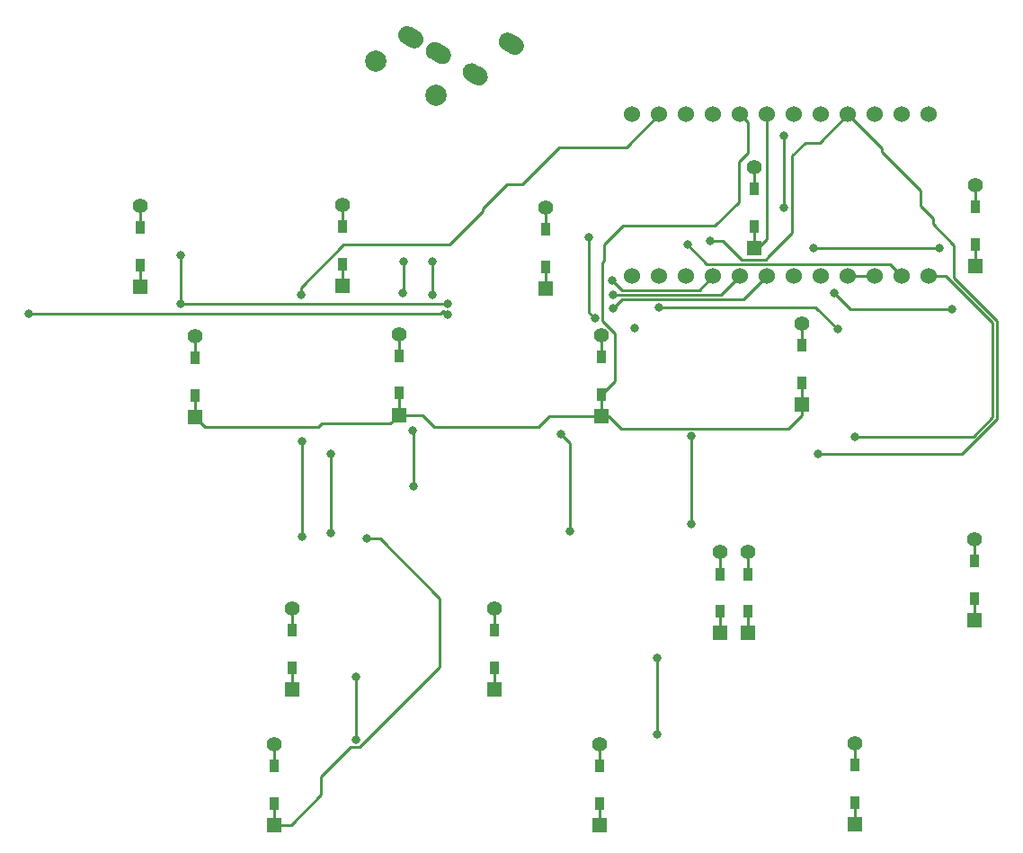
<source format=gtl>
G04 #@! TF.GenerationSoftware,KiCad,Pcbnew,(5.1.6-0-10_14)*
G04 #@! TF.CreationDate,2022-08-31T17:50:21+09:00*
G04 #@! TF.ProjectId,cool936,636f6f6c-3933-4362-9e6b-696361645f70,rev?*
G04 #@! TF.SameCoordinates,Original*
G04 #@! TF.FileFunction,Copper,L1,Top*
G04 #@! TF.FilePolarity,Positive*
%FSLAX46Y46*%
G04 Gerber Fmt 4.6, Leading zero omitted, Abs format (unit mm)*
G04 Created by KiCad (PCBNEW (5.1.6-0-10_14)) date 2022-08-31 17:50:21*
%MOMM*%
%LPD*%
G01*
G04 APERTURE LIST*
G04 #@! TA.AperFunction,SMDPad,CuDef*
%ADD10R,0.950000X1.300000*%
G04 #@! TD*
G04 #@! TA.AperFunction,ComponentPad*
%ADD11R,1.397000X1.397000*%
G04 #@! TD*
G04 #@! TA.AperFunction,ComponentPad*
%ADD12C,1.397000*%
G04 #@! TD*
G04 #@! TA.AperFunction,ComponentPad*
%ADD13C,2.000000*%
G04 #@! TD*
G04 #@! TA.AperFunction,ComponentPad*
%ADD14C,1.524000*%
G04 #@! TD*
G04 #@! TA.AperFunction,ViaPad*
%ADD15C,0.800000*%
G04 #@! TD*
G04 #@! TA.AperFunction,Conductor*
%ADD16C,0.250000*%
G04 #@! TD*
G04 APERTURE END LIST*
D10*
X246980000Y-2565000D03*
D11*
X246980000Y-4600000D03*
D12*
X246980000Y3020000D03*
D10*
X246980000Y985000D03*
X243780000Y-38825000D03*
D11*
X243780000Y-40860000D03*
D12*
X243780000Y-33240000D03*
D10*
X243780000Y-35275000D03*
X201760000Y-56865000D03*
D11*
X201760000Y-58900000D03*
D12*
X201760000Y-51280000D03*
D10*
X201760000Y-53315000D03*
X232570000Y-18385000D03*
D11*
X232570000Y-20420000D03*
D12*
X232570000Y-12800000D03*
D10*
X232570000Y-14835000D03*
X189180000Y-6195000D03*
D11*
X189180000Y-8230000D03*
D12*
X189180000Y-610000D03*
D10*
X189180000Y-2645000D03*
X251440000Y-17285000D03*
D11*
X251440000Y-19320000D03*
D12*
X251440000Y-11700000D03*
D10*
X251440000Y-13735000D03*
X267750000Y-37595000D03*
D11*
X267750000Y-39630000D03*
D12*
X267750000Y-32010000D03*
D10*
X267750000Y-34045000D03*
X256480000Y-56850000D03*
D11*
X256480000Y-58885000D03*
D12*
X256480000Y-51265000D03*
D10*
X256480000Y-53300000D03*
X232390000Y-53365000D03*
D12*
X232390000Y-51330000D03*
D11*
X232390000Y-58950000D03*
D10*
X232390000Y-56915000D03*
X208240000Y-6065000D03*
D11*
X208240000Y-8100000D03*
D12*
X208240000Y-480000D03*
D10*
X208240000Y-2515000D03*
D13*
X217014583Y9775000D03*
X211385417Y13025000D03*
D14*
X263438000Y-7201400D03*
X260898000Y-7201400D03*
X258358000Y-7201400D03*
X255818000Y-7201400D03*
X253278000Y-7201400D03*
X250738000Y-7201400D03*
X248198000Y-7201400D03*
X245658000Y-7201400D03*
X243118000Y-7201400D03*
X240578000Y-7201400D03*
X238038000Y-7201400D03*
X235498000Y-7201400D03*
X235498000Y8018600D03*
X238038000Y8018600D03*
X240578000Y8018600D03*
X243118000Y8018600D03*
X245658000Y8018600D03*
X248198000Y8018600D03*
X250738000Y8018600D03*
X253278000Y8018600D03*
X255818000Y8018600D03*
X258358000Y8018600D03*
X260898000Y8018600D03*
X263438000Y8018600D03*
D10*
X246430000Y-38825000D03*
D11*
X246430000Y-40860000D03*
D12*
X246430000Y-33240000D03*
D10*
X246430000Y-35275000D03*
X194340000Y-18485000D03*
D11*
X194340000Y-20520000D03*
D12*
X194340000Y-12900000D03*
D10*
X194340000Y-14935000D03*
X222500000Y-44145000D03*
D11*
X222500000Y-46180000D03*
D12*
X222500000Y-38560000D03*
D10*
X222500000Y-40595000D03*
X203500000Y-44115000D03*
D11*
X203500000Y-46150000D03*
D12*
X203500000Y-38530000D03*
D10*
X203500000Y-40565000D03*
G04 #@! TA.AperFunction,ComponentPad*
G36*
G01*
X224187690Y15604775D02*
X224880510Y15204775D01*
G75*
G02*
X225191632Y14043653I-425000J-736122D01*
G01*
X225191632Y14043653D01*
G75*
G02*
X224030510Y13732531I-736122J425000D01*
G01*
X223337690Y14132531D01*
G75*
G02*
X223026568Y15293653I425000J736122D01*
G01*
X223026568Y15293653D01*
G75*
G02*
X224187690Y15604775I736122J-425000D01*
G01*
G37*
G04 #@! TD.AperFunction*
G04 #@! TA.AperFunction,ComponentPad*
G36*
G01*
X220788652Y12717469D02*
X221481472Y12317469D01*
G75*
G02*
X221792594Y11156347I-425000J-736122D01*
G01*
X221792594Y11156347D01*
G75*
G02*
X220631472Y10845225I-736122J425000D01*
G01*
X219938652Y11245225D01*
G75*
G02*
X219627530Y12406347I425000J736122D01*
G01*
X219627530Y12406347D01*
G75*
G02*
X220788652Y12717469I736122J-425000D01*
G01*
G37*
G04 #@! TD.AperFunction*
G04 #@! TA.AperFunction,ComponentPad*
G36*
G01*
X217324550Y14717469D02*
X218017370Y14317469D01*
G75*
G02*
X218328492Y13156347I-425000J-736122D01*
G01*
X218328492Y13156347D01*
G75*
G02*
X217167370Y12845225I-736122J425000D01*
G01*
X216474550Y13245225D01*
G75*
G02*
X216163428Y14406347I425000J736122D01*
G01*
X216163428Y14406347D01*
G75*
G02*
X217324550Y14717469I736122J-425000D01*
G01*
G37*
G04 #@! TD.AperFunction*
G04 #@! TA.AperFunction,ComponentPad*
G36*
G01*
X214726474Y16217469D02*
X215419294Y15817469D01*
G75*
G02*
X215730416Y14656347I-425000J-736122D01*
G01*
X215730416Y14656347D01*
G75*
G02*
X214569294Y14345225I-736122J425000D01*
G01*
X213876474Y14745225D01*
G75*
G02*
X213565352Y15906347I425000J736122D01*
G01*
X213565352Y15906347D01*
G75*
G02*
X214726474Y16217469I736122J-425000D01*
G01*
G37*
G04 #@! TD.AperFunction*
X213520000Y-18255000D03*
D11*
X213520000Y-20290000D03*
D12*
X213520000Y-12670000D03*
D10*
X213520000Y-14705000D03*
X227340000Y-6325000D03*
D11*
X227340000Y-8360000D03*
D12*
X227340000Y-740000D03*
D10*
X227340000Y-2775000D03*
X267830000Y-4255000D03*
D11*
X267830000Y-6290000D03*
D12*
X267830000Y1330000D03*
D10*
X267830000Y-705000D03*
D15*
X235760000Y-12140000D03*
X264420000Y-4600000D03*
X252550000Y-4600000D03*
X249780000Y6020000D03*
X254570000Y-8840000D03*
X265610000Y-10320000D03*
X249791501Y-768499D03*
X207080000Y-23960000D03*
X207080000Y-31419999D03*
X210460000Y-31950000D03*
X204310000Y-8955000D03*
X213940000Y-5850000D03*
X214900000Y-27000000D03*
X213860000Y-8840000D03*
X214860000Y-21770000D03*
X242880000Y-3880000D03*
X252990000Y-24010000D03*
X240710000Y-4280000D03*
X256470000Y-22320000D03*
X178652500Y-10747500D03*
X233740000Y-10220000D03*
X218140000Y-10880000D03*
X233700000Y-8970000D03*
X204410000Y-31760000D03*
X218120000Y-9800000D03*
X192970000Y-9810000D03*
X204440000Y-22820000D03*
X209450000Y-50860000D03*
X209460000Y-44950000D03*
X192970000Y-5260000D03*
X229640000Y-31240000D03*
X216650000Y-8960000D03*
X228770000Y-22100000D03*
X237890000Y-43210000D03*
X233630000Y-7600000D03*
X216650000Y-5880000D03*
X237880000Y-50360000D03*
X231980000Y-11210000D03*
X231450000Y-3560000D03*
X241060000Y-30590000D03*
X241060000Y-22310000D03*
X238060000Y-10150000D03*
X254830000Y-12190000D03*
D16*
X189180000Y-610000D02*
X189180000Y-2645000D01*
X208240000Y-480000D02*
X208240000Y-2515000D01*
X227340000Y-740000D02*
X227340000Y-2775000D01*
X246980000Y3020000D02*
X246980000Y985000D01*
X194340000Y-12900000D02*
X194340000Y-14935000D01*
X213520000Y-12670000D02*
X213520000Y-14705000D01*
X232570000Y-12800000D02*
X232570000Y-14835000D01*
X251440000Y-11700000D02*
X251440000Y-13735000D01*
X267750000Y-32010000D02*
X267750000Y-34045000D01*
X203500000Y-38530000D02*
X203500000Y-40565000D01*
X222500000Y-40595000D02*
X222500000Y-38560000D01*
X243780000Y-35275000D02*
X243780000Y-33240000D01*
X201760000Y-51280000D02*
X201760000Y-53315000D01*
X267830000Y1330000D02*
X267830000Y-705000D01*
X256480000Y-51265000D02*
X256480000Y-53300000D01*
X246430000Y-33240000D02*
X246430000Y-35275000D01*
X232390000Y-51330000D02*
X232390000Y-53365000D01*
X248198000Y-3722000D02*
X247320000Y-4600000D01*
X248198000Y8018600D02*
X248198000Y-3722000D01*
X247320000Y-4600000D02*
X246980000Y-4600000D01*
X252550000Y-4600000D02*
X264420000Y-4600000D01*
X189180000Y-8230000D02*
X189180000Y-6195000D01*
X227340000Y-6325000D02*
X227340000Y-8360000D01*
X246980000Y-4600000D02*
X246980000Y-2565000D01*
X267830000Y-4255000D02*
X267830000Y-6290000D01*
X208240000Y-6065000D02*
X208240000Y-8100000D01*
X232850000Y-4210000D02*
X234590000Y-2470000D01*
X232570000Y-18385000D02*
X232570000Y-20420000D01*
X251440000Y-17285000D02*
X251440000Y-19320000D01*
X212700000Y-21110000D02*
X206242502Y-21110000D01*
X205927501Y-21425001D02*
X195245001Y-21425001D01*
X206242502Y-21110000D02*
X205927501Y-21425001D01*
X195245001Y-21425001D02*
X194340000Y-20520000D01*
X215710000Y-20290000D02*
X213520000Y-20290000D01*
X216845001Y-21425001D02*
X215710000Y-20290000D01*
X213520000Y-18255000D02*
X213520000Y-20290000D01*
X267750000Y-37595000D02*
X267750000Y-39630000D01*
X227650000Y-20420000D02*
X226644999Y-21425001D01*
X194340000Y-18485000D02*
X194340000Y-20520000D01*
X226644999Y-21425001D02*
X216845001Y-21425001D01*
X233880000Y-12595218D02*
X232705001Y-11420219D01*
X250195001Y-21574999D02*
X234424999Y-21574999D01*
X251440000Y-20330000D02*
X250195001Y-21574999D01*
X251440000Y-19320000D02*
X251440000Y-20330000D01*
X233270000Y-20420000D02*
X232570000Y-20420000D01*
X232570000Y-18385000D02*
X233880000Y-17075000D01*
X232705001Y-11420219D02*
X232705001Y-5914999D01*
X233880000Y-17075000D02*
X233880000Y-12595218D01*
X232705001Y-5914999D02*
X232850000Y-5770000D01*
X234424999Y-21574999D02*
X233270000Y-20420000D01*
X232850000Y-5770000D02*
X232850000Y-4210000D01*
X213520000Y-20290000D02*
X212700000Y-21110000D01*
X245661400Y8018600D02*
X246410000Y7270000D01*
X245658000Y8018600D02*
X245661400Y8018600D01*
X246410000Y4400000D02*
X245530000Y3520000D01*
X245530000Y3520000D02*
X245530000Y-230000D01*
X234590000Y-2470000D02*
X239580000Y-2470000D01*
X245530000Y-230000D02*
X243290000Y-2470000D01*
X243290000Y-2470000D02*
X239580000Y-2470000D01*
X246410000Y7270000D02*
X246410000Y4400000D01*
X239580000Y-2470000D02*
X240340000Y-2470000D01*
X232570000Y-20420000D02*
X227650000Y-20420000D01*
X222500000Y-44145000D02*
X222500000Y-46180000D01*
X255330000Y-9600000D02*
X254570000Y-8840000D01*
X249780000Y-756998D02*
X249791501Y-768499D01*
X265610000Y-10320000D02*
X256050000Y-10320000D01*
X246430000Y-38825000D02*
X246430000Y-40860000D01*
X243780000Y-40860000D02*
X243780000Y-38825000D01*
X203500000Y-44115000D02*
X203500000Y-46150000D01*
X249780000Y6020000D02*
X249780000Y-756998D01*
X256050000Y-10320000D02*
X255330000Y-9600000D01*
X232390000Y-56915000D02*
X232390000Y-58950000D01*
X207080000Y-23960000D02*
X207080000Y-31620000D01*
X208332499Y-4262499D02*
X204310000Y-8284998D01*
X225150000Y1430000D02*
X223697998Y1430000D01*
X203370000Y-58900000D02*
X206190000Y-56080000D01*
X228630000Y4910000D02*
X225150000Y1430000D01*
X218327503Y-4262499D02*
X208332499Y-4262499D01*
X201760000Y-56865000D02*
X201760000Y-58900000D01*
X221450001Y-1140001D02*
X218327503Y-4262499D01*
X221450001Y-817997D02*
X221450001Y-1140001D01*
X206190000Y-56080000D02*
X206190000Y-54388998D01*
X256480000Y-56850000D02*
X256480000Y-58885000D01*
X217360000Y-37560000D02*
X211750000Y-31950000D01*
X208993997Y-51585001D02*
X209798001Y-51585001D01*
X223697998Y1430000D02*
X221450001Y-817997D01*
X238038000Y8018600D02*
X234929400Y4910000D01*
X209798001Y-51585001D02*
X217360000Y-44023002D01*
X217360000Y-44023002D02*
X217360000Y-37560000D01*
X211750000Y-31950000D02*
X210460000Y-31950000D01*
X234929400Y4910000D02*
X228630000Y4910000D01*
X204310000Y-8284998D02*
X204310000Y-8955000D01*
X201760000Y-58900000D02*
X203370000Y-58900000D01*
X206190000Y-54388998D02*
X208993997Y-51585001D01*
X255818000Y-7201400D02*
X258358000Y-7201400D01*
X213940000Y-5850000D02*
X213940000Y-8760000D01*
X213940000Y-8760000D02*
X213860000Y-8840000D01*
X214900000Y-21810000D02*
X214860000Y-21770000D01*
X214900000Y-27000000D02*
X214900000Y-21810000D01*
X250580000Y-3110000D02*
X250580000Y4100000D01*
X269878205Y-20688205D02*
X269878205Y-11938205D01*
X262640000Y810000D02*
X258993300Y4456700D01*
X252990000Y-24010000D02*
X266556410Y-24010000D01*
X263830000Y-1810000D02*
X262640000Y-620000D01*
X263830000Y-2320000D02*
X265820000Y-4310000D01*
X245780000Y-5640000D02*
X248060000Y-5640000D01*
X248375000Y-5325000D02*
X248375000Y-5315000D01*
X263830000Y-1810000D02*
X263830000Y-2320000D01*
X258993300Y4843300D02*
X255818000Y8018600D01*
X253149400Y5350000D02*
X255818000Y8018600D01*
X269878205Y-11938205D02*
X269845010Y-11905010D01*
X251830000Y5350000D02*
X253149400Y5350000D01*
X248375000Y-5315000D02*
X250580000Y-3110000D01*
X262640000Y-620000D02*
X262640000Y810000D01*
X242880000Y-3880000D02*
X244020000Y-3880000D01*
X248060000Y-5640000D02*
X248375000Y-5325000D01*
X265820000Y-7383590D02*
X265820000Y-4310000D01*
X258993300Y4456700D02*
X258993300Y4843300D01*
X266556410Y-24010000D02*
X269878205Y-20688205D01*
X269845009Y-11408599D02*
X265820000Y-7383590D01*
X244020000Y-3880000D02*
X245780000Y-5640000D01*
X250580000Y4100000D02*
X251830000Y5350000D01*
X269845010Y-11905010D02*
X269845009Y-11408599D01*
X240710000Y-4280000D02*
X242520010Y-6090010D01*
X260938000Y-7088000D02*
X260938000Y-7521400D01*
X255814399Y-6114399D02*
X259810999Y-6114399D01*
X242520010Y-6090010D02*
X255790010Y-6090010D01*
X255790010Y-6090010D02*
X255814399Y-6114399D01*
X259810999Y-6114399D02*
X260898000Y-7201400D01*
X267610000Y-22320000D02*
X256470000Y-22320000D01*
X263438000Y-7201400D02*
X265001400Y-7201400D01*
X269395000Y-20535000D02*
X267610000Y-22320000D01*
X265001400Y-7201400D02*
X269395000Y-11595000D01*
X269395000Y-11595000D02*
X269395000Y-20535000D01*
X218140000Y-10880000D02*
X217730000Y-10470000D01*
X217730000Y-10470000D02*
X217452500Y-10747500D01*
X234539990Y-9420010D02*
X233740000Y-10220000D01*
X245670010Y-9420010D02*
X234539990Y-9420010D01*
X217452500Y-10747500D02*
X178652500Y-10747500D01*
X248198000Y-7201400D02*
X245979390Y-9420010D01*
X245979390Y-9420010D02*
X245670010Y-9420010D01*
X218120000Y-9800000D02*
X192980000Y-9800000D01*
X209450000Y-50860000D02*
X209450000Y-44960000D01*
X204440000Y-31730000D02*
X204410000Y-31760000D01*
X245658000Y-7201400D02*
X243889400Y-8970000D01*
X243889400Y-8970000D02*
X243550000Y-8970000D01*
X192980000Y-9800000D02*
X192970000Y-9810000D01*
X209450000Y-44960000D02*
X209460000Y-44950000D01*
X243550000Y-8970000D02*
X233700000Y-8970000D01*
X192970000Y-5260000D02*
X192970000Y-9810000D01*
X204440000Y-22820000D02*
X204440000Y-31730000D01*
X216650000Y-5880000D02*
X216650000Y-8960000D01*
X228770000Y-22100000D02*
X229640000Y-22970000D01*
X229640000Y-22970000D02*
X229640000Y-31240000D01*
X234549990Y-8519990D02*
X233630000Y-7600000D01*
X237890000Y-43210000D02*
X237890000Y-50350000D01*
X243118000Y-7201400D02*
X242838000Y-7201400D01*
X241799410Y-8519990D02*
X234549990Y-8519990D01*
X237890000Y-50350000D02*
X237880000Y-50360000D01*
X243118000Y-7201400D02*
X241799410Y-8519990D01*
X231450000Y-10680000D02*
X231980000Y-11210000D01*
X231450000Y-3560000D02*
X231450000Y-10680000D01*
X241060000Y-30590000D02*
X241060000Y-22310000D01*
X254830000Y-12190000D02*
X252790000Y-10150000D01*
X238060000Y-10150000D02*
X250930000Y-10150000D01*
X250930000Y-10150000D02*
X251310000Y-10150000D01*
X252790000Y-10150000D02*
X250930000Y-10150000D01*
M02*

</source>
